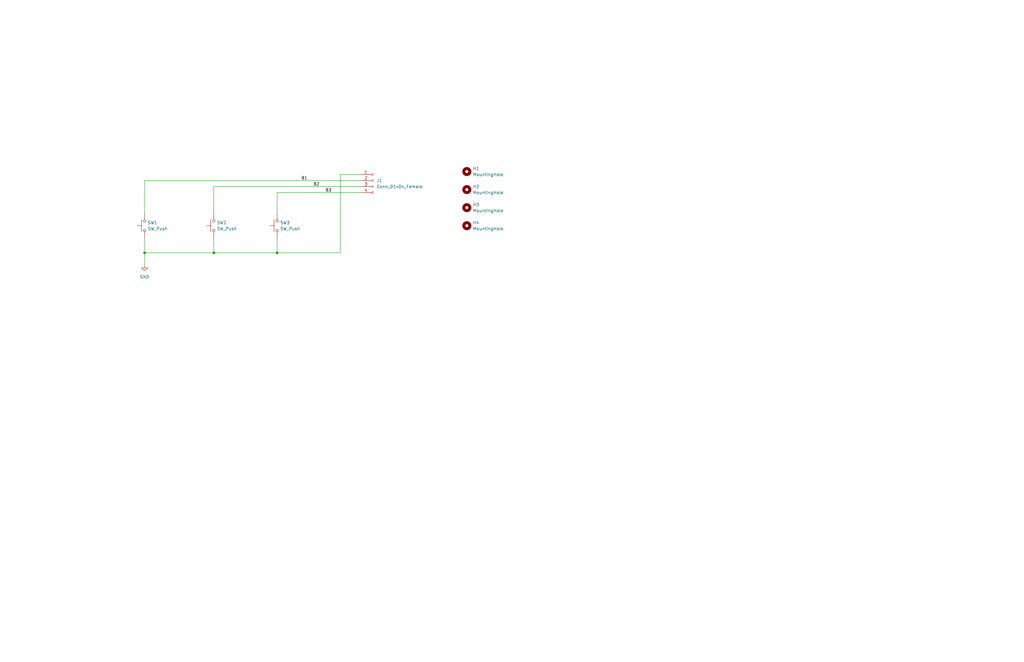
<source format=kicad_sch>
(kicad_sch (version 20230121) (generator eeschema)
  (paper "B")
  (lib_symbols
    (symbol "Connector:Conn_01x04_Female" (pin_names (offset 1.016) hide)
      (property "Reference" "J" (at 0 5.08 0))
      (property "Value" "Conn_01x04_Female" (at 0 -7.62 0))
      (symbol "Conn_01x04_Female_1_1"
        (arc (start 0 -4.572) (mid -0.5058 -5.08) (end 0 -5.588) (stroke (width 0.1524)))
        (arc (start 0 -2.032) (mid -0.5058 -2.54) (end 0 -3.048) (stroke (width 0.1524)))
        (polyline (pts (xy -1.27 -5.08) (xy -0.508 -5.08)) (stroke (width 0.1524)))
        (polyline (pts (xy -1.27 -2.54) (xy -0.508 -2.54)) (stroke (width 0.1524)))
        (polyline (pts (xy -1.27 0) (xy -0.508 0)) (stroke (width 0.1524)))
        (polyline (pts (xy -1.27 2.54) (xy -0.508 2.54)) (stroke (width 0.1524)))
        (arc (start 0 0.508) (mid -0.5058 0) (end 0 -0.508) (stroke (width 0.1524)))
        (arc (start 0 3.048) (mid -0.5058 2.54) (end 0 2.032) (stroke (width 0.1524)))
        (pin passive line (at -5.08 2.54 0) (length 3.81) (name "Pin_1") (number "1"))
        (pin passive line (at -5.08 0 0) (length 3.81) (name "Pin_2") (number "2"))
        (pin passive line (at -5.08 -2.54 0) (length 3.81) (name "Pin_3") (number "3"))
        (pin passive line (at -5.08 -5.08 0) (length 3.81) (name "Pin_4") (number "4"))
      )
    )
    (symbol "Mechanical:MountingHole" (pin_names (offset 1.016))
      (property "Reference" "H" (at 0 5.08 0))
      (property "Value" "MountingHole" (at 0 3.175 0))
      (symbol "MountingHole_0_1"
        (circle (center 0 0) (radius 1.27) (stroke (width 1.27)))
      )
    )
    (symbol "Switch:SW_Push" (pin_numbers hide) (pin_names (offset 1.016) hide)
      (property "Reference" "SW" (at 1.27 2.54 0))
      (property "Value" "SW_Push" (at 0 -1.524 0))
      (symbol "SW_Push_0_1"
        (circle (center -2.032 0) (radius 0.508))
        (polyline (pts (xy 0 1.27) (xy 0 3.048)))
        (polyline (pts (xy 2.54 1.27) (xy -2.54 1.27)))
        (circle (center 2.032 0) (radius 0.508))
        (pin passive line (at -5.08 0 0) (length 2.54) (name "1") (number "1"))
        (pin passive line (at 5.08 0 180) (length 2.54) (name "2") (number "2"))
      )
    )
    (symbol "power:GND" (power) (pin_names (offset 0))
      (property "Value" "GND" (at 0 -3.81 0))
      (symbol "GND_0_1"
        (polyline (pts (xy 0 0) (xy 0 -1.27) (xy 1.27 -1.27) (xy 0 -2.54) (xy -1.27 -1.27) (xy 0 -1.27)))
      )
      (symbol "GND_1_1"
        (pin power_in line (at 0 0 270) (length 0) hide (name "GND") (number "1"))
      )
    )
  )
  (junction (at 60.96 106.68))
  (junction (at 116.84 106.68))
  (junction (at 90.17 106.68))
  (wire (pts (xy 90.17 106.68) (xy 116.84 106.68)))
  (wire (pts (xy 116.84 90.17) (xy 116.84 81.28)))
  (wire (pts (xy 152.4 73.66) (xy 143.51 73.66)))
  (wire (pts (xy 116.84 100.33) (xy 116.84 106.68)))
  (wire (pts (xy 143.51 73.66) (xy 143.51 106.68)))
  (wire (pts (xy 143.51 106.68) (xy 116.84 106.68)))
  (wire (pts (xy 60.96 106.68) (xy 60.96 111.76)))
  (wire (pts (xy 90.17 100.33) (xy 90.17 106.68)))
  (wire (pts (xy 60.96 90.17) (xy 60.96 76.2)))
  (wire (pts (xy 90.17 78.74) (xy 152.4 78.74)))
  (wire (pts (xy 116.84 81.28) (xy 152.4 81.28)))
  (wire (pts (xy 90.17 90.17) (xy 90.17 78.74)))
  (wire (pts (xy 60.96 100.33) (xy 60.96 106.68)))
  (wire (pts (xy 60.96 76.2) (xy 152.4 76.2)))
  (wire (pts (xy 60.96 106.68) (xy 90.17 106.68)))
  (label "B1" (at 127 76.2 0))
  (label "B3" (at 137.16 81.28 0))
  (label "B2" (at 132.08 78.74 0))
  (symbol (lib_id "Switch:SW_Push") (at 116.84 95.25 90) (unit 1)
    (property "Reference" "SW3" (at 118.11 93.9799 90) (effects (justify right)))
    (property "Value" "SW_Push" (at 118.11 96.5199 90) (effects (justify right)))
    (property "Footprint" "Button_Switch_THT:SW_PUSH-12mm" (effects hide))
  )
  (symbol (lib_id "Mechanical:MountingHole") (at 196.85 87.63 0) (unit 1)
    (property "Reference" "H3" (at 199.39 86.3599 0) (effects (justify left)))
    (property "Value" "MountingHole" (at 199.39 88.8999 0) (effects (justify left)))
    (property "Footprint" "MountingHole:MountingHole_3.2mm_M3" (effects hide))
  )
  (symbol (lib_id "power:GND") (at 60.96 111.76 0) (unit 1)
    (property "Reference" "#PWR01" (effects hide))
    (property "Value" "GND" (at 60.96 116.84 0))
  )
  (symbol (lib_id "Mechanical:MountingHole") (at 196.85 80.01 0) (unit 1)
    (property "Reference" "H2" (at 199.39 78.7399 0) (effects (justify left)))
    (property "Value" "MountingHole" (at 199.39 81.2799 0) (effects (justify left)))
    (property "Footprint" "MountingHole:MountingHole_3.2mm_M3" (effects hide))
  )
  (symbol (lib_id "Mechanical:MountingHole") (at 196.85 95.25 0) (unit 1)
    (property "Reference" "H4" (at 199.39 93.9799 0) (effects (justify left)))
    (property "Value" "MountingHole" (at 199.39 96.5199 0) (effects (justify left)))
    (property "Footprint" "MountingHole:MountingHole_3.2mm_M3" (effects hide))
  )
  (symbol (lib_id "Switch:SW_Push") (at 90.17 95.25 90) (unit 1)
    (property "Reference" "SW2" (at 91.44 93.9799 90) (effects (justify right)))
    (property "Value" "SW_Push" (at 91.44 96.5199 90) (effects (justify right)))
    (property "Footprint" "Button_Switch_THT:SW_PUSH-12mm" (effects hide))
  )
  (symbol (lib_id "Connector:Conn_01x04_Female") (at 157.48 76.2 0) (unit 1)
    (property "Reference" "J1" (at 158.75 76.1999 0) (effects (justify left)))
    (property "Value" "Conn_01x04_Female" (at 158.75 78.7399 0) (effects (justify left)))
    (property "Footprint" "Connector_PinHeader_2.54mm:PinHeader_1x04_P2.54mm_Vertical" (effects hide))
  )
  (symbol (lib_id "Switch:SW_Push") (at 60.96 95.25 90) (unit 1)
    (property "Reference" "SW1" (at 62.23 93.9799 90) (effects (justify right)))
    (property "Value" "SW_Push" (at 62.23 96.5199 90) (effects (justify right)))
    (property "Footprint" "Button_Switch_THT:SW_PUSH-12mm" (effects hide))
  )
  (symbol (lib_id "Mechanical:MountingHole") (at 196.85 72.39 0) (unit 1)
    (property "Reference" "H1" (at 199.39 71.1199 0) (effects (justify left)))
    (property "Value" "MountingHole" (at 199.39 73.6599 0) (effects (justify left)))
    (property "Footprint" "MountingHole:MountingHole_3.2mm_M3" (effects hide))
  )
)
</source>
